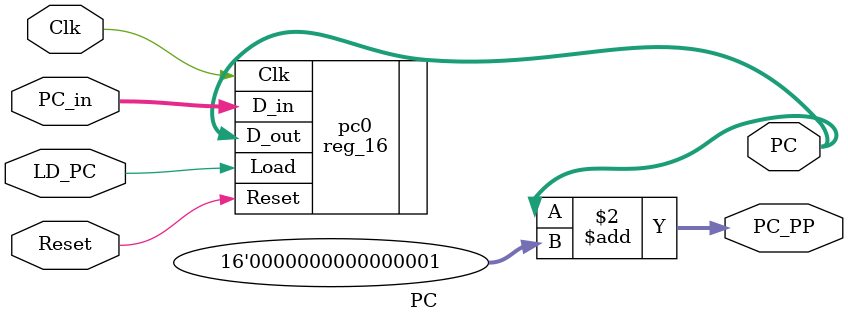
<source format=sv>
module PC(	input logic Clk, Reset, LD_PC,
				input logic [15:0] PC_in,
				output logic [15:0] PC, PC_PP			
); 

reg_16 pc0(.Clk, .Reset, .Load(LD_PC), .D_in(PC_in), .D_out(PC));
always_comb
begin
PC_PP = PC + 16'b0000000000000001;
end
endmodule

</source>
